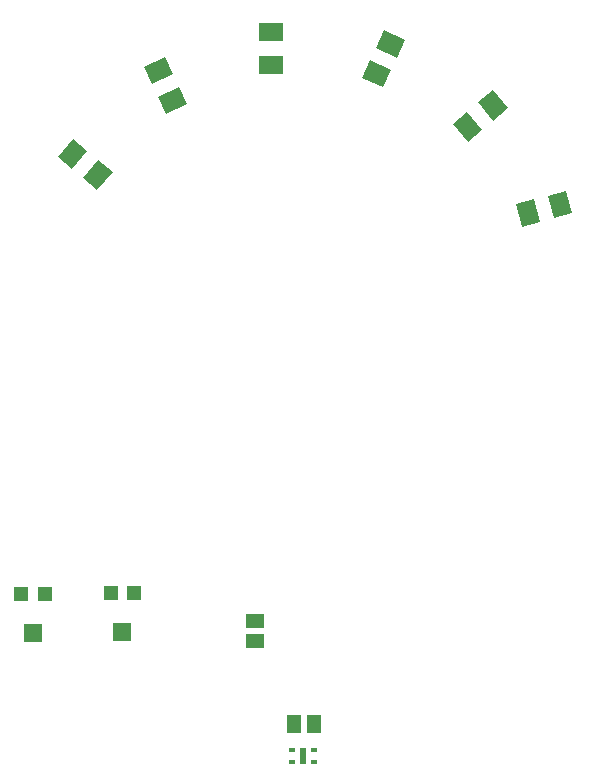
<source format=gbr>
G04 EAGLE Gerber RS-274X export*
G75*
%MOMM*%
%FSLAX34Y34*%
%LPD*%
%INSolderpaste Top*%
%IPPOS*%
%AMOC8*
5,1,8,0,0,1.08239X$1,22.5*%
G01*
%ADD10R,1.600000X2.000000*%
%ADD11R,2.000000X1.600000*%
%ADD12R,1.500000X1.600000*%
%ADD13R,1.200000X1.200000*%
%ADD14R,0.550000X0.350000*%
%ADD15R,0.500000X1.400000*%
%ADD16R,1.300000X1.500000*%
%ADD17R,1.500000X1.300000*%


D10*
G36*
X200772Y71202D02*
X185318Y67061D01*
X180142Y86378D01*
X195596Y90519D01*
X200772Y71202D01*
G37*
G36*
X227818Y78449D02*
X212364Y74308D01*
X207188Y93625D01*
X222642Y97766D01*
X227818Y78449D01*
G37*
G36*
X151871Y149381D02*
X139614Y139097D01*
X126759Y154417D01*
X139016Y164701D01*
X151871Y149381D01*
G37*
G36*
X173320Y167379D02*
X161063Y157095D01*
X148208Y172415D01*
X160465Y182699D01*
X173320Y167379D01*
G37*
G36*
X74511Y199568D02*
X67749Y185068D01*
X49623Y193520D01*
X56385Y208020D01*
X74511Y199568D01*
G37*
G36*
X86344Y224945D02*
X79582Y210445D01*
X61456Y218897D01*
X68218Y233397D01*
X86344Y224945D01*
G37*
D11*
X-26811Y204360D03*
X-26811Y232360D03*
D12*
X-228600Y-276620D03*
D13*
X-218600Y-243370D03*
X-238600Y-243370D03*
D12*
X-153035Y-276303D03*
D13*
X-143035Y-243053D03*
X-163035Y-243053D03*
D14*
X9250Y-376000D03*
X9250Y-386000D03*
X-9250Y-386000D03*
X-9250Y-376000D03*
D15*
X0Y-381000D03*
D10*
G36*
X-104984Y185358D02*
X-98222Y170858D01*
X-116348Y162406D01*
X-123110Y176906D01*
X-104984Y185358D01*
G37*
G36*
X-116817Y210735D02*
X-110055Y196235D01*
X-128181Y187783D01*
X-134943Y202283D01*
X-116817Y210735D01*
G37*
G36*
X-173484Y123624D02*
X-161227Y113340D01*
X-174082Y98020D01*
X-186339Y108304D01*
X-173484Y123624D01*
G37*
G36*
X-194933Y141622D02*
X-182676Y131338D01*
X-195531Y116018D01*
X-207788Y126302D01*
X-194933Y141622D01*
G37*
D16*
X-7992Y-353568D03*
X9008Y-353568D03*
D17*
X-40894Y-266582D03*
X-40894Y-283582D03*
M02*

</source>
